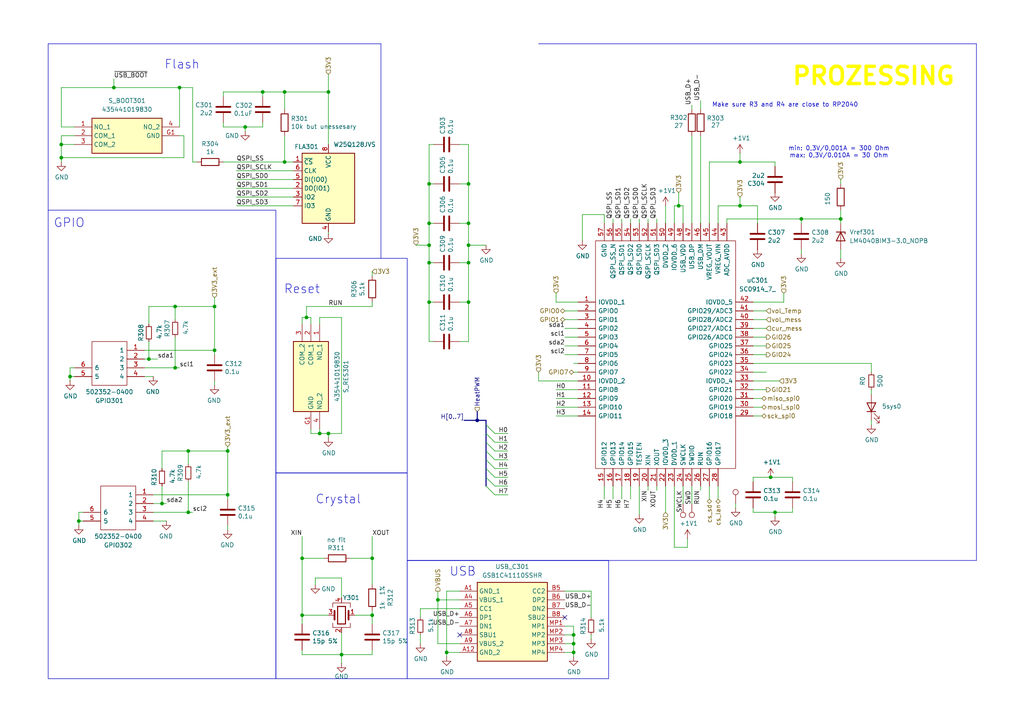
<source format=kicad_sch>
(kicad_sch (version 20231120) (generator "eeschema") (generator_version "8.0")
  (paper "A4")
  (junction (at 43.18 104.14))
  (junction (at 223.52 138.43))
  (junction (at 71.12 36.83))
  (junction (at 243.84 63.5))
  (junction (at 135.89 76.2))
  (junction (at 66.04 130.81))
  (junction (at 214.63 46.99))
  (junction (at 95.25 125.73))
  (junction (at 135.89 64.77))
  (junction (at 124.46 53.34))
  (junction (at 127 173.99))
  (junction (at 17.78 45.72))
  (junction (at 88.9 92.075))
  (junction (at 87.63 178.435))
  (junction (at 129.54 189.23))
  (junction (at 46.99 146.05))
  (junction (at 76.2 26.67))
  (junction (at 62.23 101.6))
  (junction (at 107.95 178.435))
  (junction (at 54.61 130.81))
  (junction (at 224.79 148.59))
  (junction (at 52.07 25.4))
  (junction (at 82.55 26.67))
  (junction (at 50.8 106.68))
  (junction (at 124.46 87.63))
  (junction (at 82.55 46.99))
  (junction (at 50.8 88.9))
  (junction (at 124.46 76.2))
  (junction (at 135.89 87.63))
  (junction (at 33.02 25.4))
  (junction (at 124.46 64.77))
  (junction (at 138.43 121.92))
  (junction (at 232.41 63.5))
  (junction (at 99.06 189.865))
  (junction (at 135.89 71.12))
  (junction (at 92.71 125.73))
  (junction (at 196.85 59.69))
  (junction (at 95.25 26.67))
  (junction (at 22.86 151.13))
  (junction (at 214.63 59.69))
  (junction (at 124.46 71.12))
  (junction (at 87.63 161.925))
  (junction (at 54.61 148.59))
  (junction (at 17.78 41.91))
  (junction (at 107.95 161.925))
  (junction (at 66.04 143.51))
  (junction (at 166.37 189.23))
  (junction (at 20.32 109.22))
  (junction (at 166.37 186.69))
  (junction (at 62.23 88.9))
  (junction (at 166.37 184.15))
  (junction (at 135.89 53.34))
  (no_connect (at 133.35 184.15))
  (no_connect (at 163.83 179.07))
  (bus_entry (at 143.51 133.35) (size -2.54 -2.54))
  (bus_entry (at 143.51 140.97) (size -2.54 -2.54))
  (bus_entry (at 143.51 130.81) (size -2.54 -2.54))
  (bus_entry (at 143.51 128.27) (size -2.54 -2.54))
  (bus_entry (at 143.51 135.89) (size -2.54 -2.54))
  (bus_entry (at 143.51 143.51) (size -2.54 -2.54))
  (bus_entry (at 140.97 123.19) (size 2.54 2.54))
  (bus_entry (at 143.51 138.43) (size -2.54 -2.54))
  (wire (pts (xy 147.32 130.81) (xy 143.51 130.81)))
  (wire (pts (xy 166.37 107.95) (xy 167.64 107.95)))
  (wire (pts (xy 163.83 189.23) (xy 166.37 189.23)))
  (wire (pts (xy 121.92 186.69) (xy 121.92 184.15)))
  (wire (pts (xy 210.82 63.5) (xy 210.82 64.77)))
  (wire (pts (xy 92.71 125.73) (xy 92.71 124.46)))
  (wire (pts (xy 180.34 144.78) (xy 180.34 140.97)))
  (wire (pts (xy 88.9 88.9) (xy 107.95 88.9)))
  (polyline (pts (xy 110.49 12.7) (xy 110.49 74.93)))
  (wire (pts (xy 54.61 130.81) (xy 54.61 134.62)))
  (wire (pts (xy 133.35 189.23) (xy 129.54 189.23)))
  (wire (pts (xy 166.37 186.69) (xy 166.37 184.15)))
  (wire (pts (xy 87.63 178.435) (xy 87.63 180.975)))
  (wire (pts (xy 168.91 62.23) (xy 168.91 69.85)))
  (wire (pts (xy 190.5 63.5) (xy 190.5 64.77)))
  (wire (pts (xy 208.28 140.97) (xy 208.28 144.78)))
  (wire (pts (xy 46.99 140.97) (xy 46.99 146.05)))
  (wire (pts (xy 232.41 63.5) (xy 243.84 63.5)))
  (wire (pts (xy 167.64 120.65) (xy 161.29 120.65)))
  (wire (pts (xy 129.54 190.5) (xy 129.54 189.23)))
  (wire (pts (xy 205.74 46.99) (xy 205.74 64.77)))
  (wire (pts (xy 185.42 63.5) (xy 185.42 64.77)))
  (wire (pts (xy 218.44 138.43) (xy 223.52 138.43)))
  (wire (pts (xy 163.83 97.79) (xy 167.64 97.79)))
  (wire (pts (xy 203.2 142.24) (xy 203.2 140.97)))
  (wire (pts (xy 195.58 140.97) (xy 195.58 158.75)))
  (wire (pts (xy 219.71 59.69) (xy 219.71 64.77)))
  (wire (pts (xy 82.55 46.99) (xy 85.09 46.99)))
  (wire (pts (xy 125.73 99.06) (xy 124.46 99.06)))
  (wire (pts (xy 99.06 167.64) (xy 91.44 167.64)))
  (wire (pts (xy 166.37 189.23) (xy 166.37 186.69)))
  (wire (pts (xy 87.63 92.075) (xy 88.9 92.075)))
  (bus (pts (xy 140.97 121.92) (xy 138.43 121.92)))
  (wire (pts (xy 124.46 71.12) (xy 124.46 76.2)))
  (wire (pts (xy 193.04 59.69) (xy 193.04 64.77)))
  (wire (pts (xy 208.28 59.69) (xy 214.63 59.69)))
  (wire (pts (xy 87.63 189.865) (xy 99.06 189.865)))
  (wire (pts (xy 88.9 92.075) (xy 88.9 88.9)))
  (wire (pts (xy 99.06 92.075) (xy 99.06 125.73)))
  (wire (pts (xy 163.83 184.15) (xy 166.37 184.15)))
  (wire (pts (xy 62.23 88.9) (xy 62.23 101.6)))
  (wire (pts (xy 21.59 36.83) (xy 17.78 36.83)))
  (wire (pts (xy 252.73 105.41) (xy 252.73 107.95)))
  (wire (pts (xy 64.77 36.83) (xy 64.77 35.56)))
  (wire (pts (xy 218.44 113.03) (xy 222.25 113.03)))
  (wire (pts (xy 232.41 72.39) (xy 232.41 73.66)))
  (wire (pts (xy 99.06 189.865) (xy 107.95 189.865)))
  (wire (pts (xy 232.41 63.5) (xy 232.41 64.77)))
  (wire (pts (xy 22.86 148.59) (xy 22.86 151.13)))
  (wire (pts (xy 252.73 123.19) (xy 252.73 121.92)))
  (wire (pts (xy 87.63 161.925) (xy 87.63 178.435)))
  (wire (pts (xy 41.91 106.68) (xy 50.8 106.68)))
  (wire (pts (xy 156.21 110.49) (xy 167.64 110.49)))
  (wire (pts (xy 17.78 25.4) (xy 33.02 25.4)))
  (wire (pts (xy 76.2 27.94) (xy 76.2 26.67)))
  (wire (pts (xy 218.44 105.41) (xy 252.73 105.41)))
  (wire (pts (xy 17.78 39.37) (xy 17.78 41.91)))
  (wire (pts (xy 107.95 189.865) (xy 107.95 188.595)))
  (wire (pts (xy 95.25 26.67) (xy 95.25 41.91)))
  (wire (pts (xy 222.25 100.33) (xy 218.44 100.33)))
  (wire (pts (xy 133.35 53.34) (xy 135.89 53.34)))
  (wire (pts (xy 214.63 57.15) (xy 214.63 59.69)))
  (wire (pts (xy 133.35 41.91) (xy 135.89 41.91)))
  (wire (pts (xy 62.23 86.36) (xy 62.23 88.9)))
  (wire (pts (xy 129.54 171.45) (xy 133.35 171.45)))
  (wire (pts (xy 161.29 87.63) (xy 167.64 87.63)))
  (bus (pts (xy 140.97 133.35) (xy 140.97 135.89)))
  (wire (pts (xy 135.89 64.77) (xy 135.89 53.34)))
  (wire (pts (xy 88.9 92.075) (xy 90.17 92.075)))
  (wire (pts (xy 107.95 178.435) (xy 107.95 180.975)))
  (wire (pts (xy 62.23 101.6) (xy 62.23 102.87)))
  (wire (pts (xy 147.32 138.43) (xy 143.51 138.43)))
  (wire (pts (xy 43.18 88.9) (xy 43.18 93.98)))
  (wire (pts (xy 46.99 130.81) (xy 54.61 130.81)))
  (wire (pts (xy 135.89 71.12) (xy 140.97 71.12)))
  (wire (pts (xy 167.64 115.57) (xy 161.29 115.57)))
  (wire (pts (xy 229.87 139.7) (xy 229.87 138.43)))
  (wire (pts (xy 62.23 88.9) (xy 50.8 88.9)))
  (wire (pts (xy 135.89 71.12) (xy 135.89 64.77)))
  (wire (pts (xy 99.06 125.73) (xy 95.25 125.73)))
  (polyline (pts (xy 156.21 12.7) (xy 283.21 12.7)))
  (wire (pts (xy 177.8 144.78) (xy 177.8 140.97)))
  (wire (pts (xy 135.89 71.12) (xy 135.89 76.2)))
  (bus (pts (xy 134.62 121.92) (xy 138.43 121.92)))
  (bus (pts (xy 140.97 121.92) (xy 140.97 123.19)))
  (wire (pts (xy 127 173.99) (xy 133.35 173.99)))
  (wire (pts (xy 214.63 46.99) (xy 224.79 46.99)))
  (wire (pts (xy 163.83 102.87) (xy 167.64 102.87)))
  (wire (pts (xy 218.44 115.57) (xy 220.98 115.57)))
  (wire (pts (xy 224.79 148.59) (xy 229.87 148.59)))
  (wire (pts (xy 166.37 190.5) (xy 166.37 189.23)))
  (wire (pts (xy 147.32 140.97) (xy 143.51 140.97)))
  (wire (pts (xy 185.42 149.225) (xy 185.42 140.97)))
  (wire (pts (xy 163.83 100.33) (xy 167.64 100.33)))
  (bus (pts (xy 140.97 135.89) (xy 140.97 138.43)))
  (bus (pts (xy 140.97 133.35) (xy 140.97 130.81)))
  (wire (pts (xy 177.8 63.5) (xy 177.8 64.77)))
  (wire (pts (xy 92.71 125.73) (xy 90.17 125.73)))
  (wire (pts (xy 22.86 152.4) (xy 22.86 151.13)))
  (wire (pts (xy 33.02 22.86) (xy 33.02 25.4)))
  (wire (pts (xy 22.86 151.13) (xy 24.13 151.13)))
  (wire (pts (xy 85.09 59.69) (xy 68.58 59.69)))
  (wire (pts (xy 124.46 64.77) (xy 124.46 71.12)))
  (wire (pts (xy 107.95 169.545) (xy 107.95 161.925)))
  (wire (pts (xy 82.55 26.67) (xy 95.25 26.67)))
  (wire (pts (xy 44.45 146.05) (xy 46.99 146.05)))
  (wire (pts (xy 133.35 99.06) (xy 135.89 99.06)))
  (wire (pts (xy 222.25 102.87) (xy 218.44 102.87)))
  (wire (pts (xy 156.21 107.95) (xy 156.21 110.49)))
  (wire (pts (xy 218.44 118.11) (xy 220.98 118.11)))
  (wire (pts (xy 127 171.45) (xy 127 173.99)))
  (wire (pts (xy 20.32 106.68) (xy 21.59 106.68)))
  (wire (pts (xy 166.37 105.41) (xy 167.64 105.41)))
  (wire (pts (xy 224.79 46.99) (xy 224.79 48.26)))
  (wire (pts (xy 200.66 30.48) (xy 200.66 31.75)))
  (wire (pts (xy 44.45 151.13) (xy 48.26 151.13)))
  (bus (pts (xy 140.97 123.19) (xy 140.97 125.73)))
  (wire (pts (xy 125.73 87.63) (xy 124.46 87.63)))
  (wire (pts (xy 43.18 104.14) (xy 45.72 104.14)))
  (wire (pts (xy 55.88 46.99) (xy 57.15 46.99)))
  (wire (pts (xy 95.25 125.73) (xy 92.71 125.73)))
  (wire (pts (xy 147.32 143.51) (xy 143.51 143.51)))
  (wire (pts (xy 85.09 52.07) (xy 68.58 52.07)))
  (wire (pts (xy 99.06 192.405) (xy 99.06 189.865)))
  (wire (pts (xy 87.63 92.075) (xy 87.63 93.98)))
  (wire (pts (xy 124.46 53.34) (xy 124.46 41.91)))
  (wire (pts (xy 182.88 144.78) (xy 182.88 140.97)))
  (wire (pts (xy 175.26 144.78) (xy 175.26 140.97)))
  (wire (pts (xy 135.89 76.2) (xy 135.89 87.63)))
  (wire (pts (xy 43.18 99.06) (xy 43.18 104.14)))
  (wire (pts (xy 227.33 87.63) (xy 218.44 87.63)))
  (wire (pts (xy 92.71 92.075) (xy 99.06 92.075)))
  (wire (pts (xy 166.37 181.61) (xy 163.83 181.61)))
  (wire (pts (xy 17.78 39.37) (xy 21.59 39.37)))
  (wire (pts (xy 53.34 45.72) (xy 17.78 45.72)))
  (wire (pts (xy 243.84 72.39) (xy 243.84 74.93)))
  (wire (pts (xy 22.86 148.59) (xy 24.13 148.59)))
  (bus (pts (xy 138.43 121.92) (xy 138.43 119.38)))
  (wire (pts (xy 44.45 143.51) (xy 66.04 143.51)))
  (wire (pts (xy 87.63 155.575) (xy 87.63 161.925)))
  (wire (pts (xy 133.35 64.77) (xy 135.89 64.77)))
  (wire (pts (xy 102.87 178.435) (xy 107.95 178.435)))
  (wire (pts (xy 127 186.69) (xy 133.35 186.69)))
  (wire (pts (xy 187.96 140.97) (xy 187.96 142.24)))
  (wire (pts (xy 182.88 63.5) (xy 182.88 64.77)))
  (wire (pts (xy 54.61 139.7) (xy 54.61 148.59)))
  (wire (pts (xy 82.55 31.75) (xy 82.55 26.67)))
  (wire (pts (xy 229.87 148.59) (xy 229.87 147.32)))
  (polyline (pts (xy 283.21 12.7) (xy 283.21 162.56)))
  (wire (pts (xy 210.82 63.5) (xy 232.41 63.5)))
  (wire (pts (xy 66.04 143.51) (xy 66.04 144.78)))
  (wire (pts (xy 166.37 184.15) (xy 166.37 181.61)))
  (wire (pts (xy 135.89 53.34) (xy 135.89 41.91)))
  (wire (pts (xy 87.63 189.865) (xy 87.63 188.595)))
  (wire (pts (xy 43.18 88.9) (xy 50.8 88.9)))
  (wire (pts (xy 214.63 59.69) (xy 219.71 59.69)))
  (wire (pts (xy 195.58 59.69) (xy 196.85 59.69)))
  (wire (pts (xy 76.2 36.83) (xy 76.2 35.56)))
  (wire (pts (xy 33.02 25.4) (xy 52.07 25.4)))
  (wire (pts (xy 20.32 106.68) (xy 20.32 109.22)))
  (wire (pts (xy 125.73 53.34) (xy 124.46 53.34)))
  (wire (pts (xy 107.95 80.01) (xy 107.95 78.74)))
  (wire (pts (xy 167.64 118.11) (xy 161.29 118.11)))
  (wire (pts (xy 50.8 97.79) (xy 50.8 106.68)))
  (polyline (pts (xy 13.97 12.7) (xy 110.49 12.7)))
  (wire (pts (xy 196.85 55.88) (xy 196.85 59.69)))
  (wire (pts (xy 71.12 36.83) (xy 76.2 36.83)))
  (wire (pts (xy 195.58 158.75) (xy 199.39 158.75)))
  (wire (pts (xy 92.71 93.98) (xy 92.71 92.075)))
  (wire (pts (xy 171.45 171.45) (xy 171.45 179.07)))
  (wire (pts (xy 200.66 140.97) (xy 200.66 146.05)))
  (polyline (pts (xy 13.97 60.96) (xy 13.97 12.7)))
  (wire (pts (xy 222.25 97.79) (xy 218.44 97.79)))
  (wire (pts (xy 41.91 109.22) (xy 44.45 109.22)))
  (wire (pts (xy 163.83 186.69) (xy 166.37 186.69)))
  (wire (pts (xy 64.77 46.99) (xy 82.55 46.99)))
  (wire (pts (xy 147.32 128.27) (xy 143.51 128.27)))
  (wire (pts (xy 168.91 62.23) (xy 175.26 62.23)))
  (wire (pts (xy 64.77 26.67) (xy 64.77 27.94)))
  (wire (pts (xy 95.25 67.945) (xy 95.25 67.31)))
  (wire (pts (xy 147.32 135.89) (xy 143.51 135.89)))
  (wire (pts (xy 243.84 63.5) (xy 243.84 64.77)))
  (wire (pts (xy 125.73 64.77) (xy 124.46 64.77)))
  (wire (pts (xy 223.52 138.43) (xy 229.87 138.43)))
  (wire (pts (xy 107.95 88.9) (xy 107.95 87.63)))
  (wire (pts (xy 208.28 59.69) (xy 208.28 64.77)))
  (wire (pts (xy 17.78 41.91) (xy 17.78 45.72)))
  (wire (pts (xy 163.83 171.45) (xy 171.45 171.45)))
  (wire (pts (xy 195.58 59.69) (xy 195.58 64.77)))
  (wire (pts (xy 66.04 153.67) (xy 66.04 152.4)))
  (wire (pts (xy 76.2 26.67) (xy 64.77 26.67)))
  (wire (pts (xy 90.17 93.98) (xy 90.17 92.075)))
  (wire (pts (xy 133.35 76.2) (xy 135.89 76.2)))
  (wire (pts (xy 203.2 64.77) (xy 203.2 39.37)))
  (wire (pts (xy 66.04 130.81) (xy 66.04 129.54)))
  (wire (pts (xy 41.91 104.14) (xy 43.18 104.14)))
  (wire (pts (xy 218.44 107.95) (xy 222.25 107.95)))
  (wire (pts (xy 161.29 85.09) (xy 161.29 87.63)))
  (wire (pts (xy 227.33 85.09) (xy 227.33 87.63)))
  (wire (pts (xy 125.73 41.91) (xy 124.46 41.91)))
  (wire (pts (xy 124.46 64.77) (xy 124.46 53.34)))
  (wire (pts (xy 129.54 189.23) (xy 129.54 171.45)))
  (wire (pts (xy 55.88 25.4) (xy 52.07 25.4)))
  (wire (pts (xy 125.73 76.2) (xy 124.46 76.2)))
  (wire (pts (xy 252.73 113.03) (xy 252.73 114.3)))
  (wire (pts (xy 71.12 36.83) (xy 71.12 38.1)))
  (wire (pts (xy 17.78 36.83) (xy 17.78 25.4)))
  (wire (pts (xy 95.25 127) (xy 95.25 125.73)))
  (wire (pts (xy 20.32 110.49) (xy 20.32 109.22)))
  (wire (pts (xy 107.95 155.575) (xy 107.95 161.925)))
  (wire (pts (xy 46.99 146.05) (xy 48.26 146.05)))
  (wire (pts (xy 213.36 146.05) (xy 213.36 147.32)))
  (wire (pts (xy 218.44 148.59) (xy 224.79 148.59)))
  (bus (pts (xy 140.97 128.27) (xy 140.97 130.81)))
  (wire (pts (xy 54.61 148.59) (xy 55.88 148.59)))
  (wire (pts (xy 214.63 46.99) (xy 214.63 44.45)))
  (wire (pts (xy 46.99 130.81) (xy 46.99 135.89)))
  (wire (pts (xy 218.44 110.49) (xy 226.06 110.49)))
  (wire (pts (xy 64.77 36.83) (xy 71.12 36.83)))
  (wire (pts (xy 187.96 63.5) (xy 187.96 64.77)))
  (wire (pts (xy 218.44 147.32) (xy 218.44 148.59)))
  (wire (pts (xy 62.23 111.76) (xy 62.23 110.49)))
  (wire (pts (xy 107.95 178.435) (xy 107.95 177.165)))
  (bus (pts (xy 140.97 138.43) (xy 140.97 140.97)))
  (wire (pts (xy 163.83 90.17) (xy 167.64 90.17)))
  (wire (pts (xy 53.34 39.37) (xy 53.34 45.72)))
  (wire (pts (xy 44.45 148.59) (xy 54.61 148.59)))
  (wire (pts (xy 85.09 54.61) (xy 68.58 54.61)))
  (wire (pts (xy 199.39 156.21) (xy 199.39 158.75)))
  (wire (pts (xy 147.32 133.35) (xy 143.51 133.35)))
  (wire (pts (xy 135.89 87.63) (xy 135.89 99.06)))
  (wire (pts (xy 107.95 161.925) (xy 101.6 161.925)))
  (wire (pts (xy 198.12 140.97) (xy 198.12 146.05)))
  (wire (pts (xy 93.98 161.925) (xy 87.63 161.925)))
  (wire (pts (xy 55.88 25.4) (xy 55.88 46.99)))
  (wire (pts (xy 99.06 189.865) (xy 99.06 183.515)))
  (wire (pts (xy 85.09 57.15) (xy 68.58 57.15)))
  (wire (pts (xy 171.45 184.15) (xy 171.45 185.42)))
  (wire (pts (xy 90.17 125.73) (xy 90.17 124.46)))
  (wire (pts (xy 133.35 87.63) (xy 135.89 87.63)))
  (wire (pts (xy 50.8 88.9) (xy 50.8 92.71)))
  (wire (pts (xy 222.25 90.17) (xy 218.44 90.17)))
  (wire (pts (xy 222.25 92.71) (xy 218.44 92.71)))
  (wire (pts (xy 76.2 26.67) (xy 82.55 26.67)))
  (wire (pts (xy 193.04 140.97) (xy 193.04 148.59)))
  (wire (pts (xy 143.51 125.73) (xy 147.32 125.73)))
  (wire (pts (xy 95.25 21.59) (xy 95.25 26.67)))
  (wire (pts (xy 91.44 167.64) (xy 91.44 169.545)))
  (wire (pts (xy 222.25 95.25) (xy 218.44 95.25)))
  (wire (pts (xy 167.64 113.03) (xy 161.29 113.03)))
  (wire (pts (xy 120.65 71.12) (xy 124.46 71.12)))
  (wire (pts (xy 99.06 173.355) (xy 99.06 167.64)))
  (wire (pts (xy 190.5 142.24) (xy 190.5 140.97)))
  (wire (pts (xy 198.12 59.69) (xy 198.12 64.77)))
  (wire (pts (xy 54.61 130.81) (xy 66.04 130.81)))
  (wire (pts (xy 218.44 139.7) (xy 218.44 138.43)))
  (wire (pts (xy 243.84 52.07) (xy 243.84 53.34)))
  (wire (pts (xy 203.2 29.21) (xy 203.2 31.75)))
  (wire (pts (xy 17.78 41.91) (xy 21.59 41.91)))
  (wire (pts (xy 163.83 92.71) (xy 167.64 92.71)))
  (wire (pts (xy 121.92 176.53) (xy 121.92 179.07)))
  (wire (pts (xy 243.84 60.96) (xy 243.84 63.5)))
  (wire (pts (xy 127 173.99) (xy 127 186.69)))
  (wire (pts (xy 20.32 109.22) (xy 21.59 109.22)))
  (wire (pts (xy 224.79 148.59) (xy 224.79 149.86)))
  (wire (pts (xy 180.34 63.5) (xy 180.34 64.77)))
  (wire (pts (xy 163.83 95.25) (xy 167.64 95.25)))
  (wire (pts (xy 124.46 87.63) (xy 124.46 76.2)))
  (wire (pts (xy 200.66 64.77) (xy 200.66 39.37)))
  (wire (pts (xy 196.85 59.69) (xy 198.12 59.69)))
  (wire (pts (xy 17.78 46.99) (xy 17.78 45.72)))
  (wire (pts (xy 68.58 49.53) (xy 85.09 49.53)))
  (wire (pts (xy 124.46 99.06) (xy 124.46 87.63)))
  (wire (pts (xy 175.26 62.23) (xy 175.26 64.77)))
  (wire (pts (xy 50.8 106.68) (xy 52.07 106.68)))
  (wire (pts (xy 205.74 46.99) (xy 214.63 46.99)))
  (polyline (pts (xy 118.11 162.56) (xy 283.21 162.56)))
  (wire (pts (xy 41.91 101.6) (xy 62.23 101.6)))
  (wire (pts (xy 218.44 120.65) (xy 220.98 120.65)))
  (wire (pts (xy 82.55 39.37) (xy 82.55 46.99)))
  (wire (pts (xy 205.74 140.97) (xy 205.74 144.78)))
  (wire (pts (xy 53.34 39.37) (xy 52.07 39.37)))
  (wire (pts (xy 52.07 25.4) (xy 52.07 36.83)))
  (bus (pts (xy 140.97 125.73) (xy 140.97 128.27)))
  (wire (pts (xy 87.63 178.435) (xy 95.25 178.435)))
  (wire (pts (xy 66.04 130.81) (xy 66.04 143.51)))
  (wire (pts (xy 121.92 176.53) (xy 133.35 176.53)))
  (rectangle (start 80.01 74.93) (end 118.11 137.16))
  (rectangle (start 80.01 137.16) (end 118.11 196.85))
  (rectangle (start 13.97 60.96) (end 80.01 196.85))
  (rectangle (start 118.11 162.56) (end 176.53 196.85))
  (text "Reset" (at 82.296 85.471 0) (effects (font (size 2.54 2.54)) (justify left bottom)))
  (text "min: 0,3V/0,001A = 300 Ohm\nmax: 0,3V/0.010A = 30 Ohm" (at 243.332 44.196 0) (effects (font (size 1.27 1.27))))
  (text "Crystal" (at 91.44 146.431 0) (effects (font (size 2.54 2.54)) (justify left bottom)))
  (text "Flash" (at 47.625 20.32 0) (effects (font (size 2.54 2.54)) (justify left bottom)))
  (text "USB" (at 130.302 167.386 0) (effects (font (size 2.54 2.54)) (justify left bottom)))
  (text "Make sure R3 and R4 are close to RP2040" (at 248.92 31.242 0) (effects (font (size 1.27 1.27)) (justify right bottom)))
  (text "PROZESSING" (at 229.362 25.146 0) (effects (font (size 5 5) (thickness 1) (bold yes)) (justify left bottom)))
  (text "GPIO" (at 15.494 66.294 0) (effects (font (size 2.54 2.54)) (justify left bottom)))
  (label "QSPI_SS" (at 177.8 63.5 90))
  (label "USB_D+" (at 133.35 179.07 180))
  (label "QSPI_SD3" (at 68.58 59.69 0))
  (label "H4" (at 175.26 144.78 270))
  (label "XOUT" (at 190.5 142.24 270))
  (label "QSPI_SS" (at 68.58 46.99 0))
  (label "QSPI_SD0" (at 68.58 52.07 0))
  (label "QSPI_SCLK" (at 187.96 63.5 90))
  (label "QSPI_SCLK" (at 68.58 49.53 0))
  (label "SWD" (at 200.66 142.24 270))
  (label "H6" (at 147.32 140.97 180))
  (label "H5" (at 177.8 144.78 270))
  (label "RUN" (at 203.2 142.24 270))
  (label "scl1" (at 163.83 97.79 180))
  (label "H1" (at 147.32 128.27 180))
  (label "XIN" (at 87.63 155.575 180))
  (label "sda1" (at 163.83 95.25 180))
  (label "H4" (at 147.32 135.89 180))
  (label "QSPI_SD0" (at 185.42 63.5 90))
  (label "sda1" (at 45.72 104.14 0))
  (label "scl1" (at 52.07 106.68 0))
  (label "XOUT" (at 107.95 155.575 0))
  (label "USB_D-" (at 203.2 29.21 90))
  (label "H2" (at 161.29 118.11 0))
  (label "H[0..7]" (at 134.62 121.92 180))
  (label "SWCLK" (at 198.12 142.24 270))
  (label "~{USB_BOOT}" (at 33.02 22.86 0))
  (label "H0" (at 161.29 113.03 0))
  (label "H2" (at 147.32 130.81 180))
  (label "scl2" (at 163.83 102.87 180))
  (label "H7" (at 182.88 144.78 270))
  (label "H7" (at 147.32 143.51 180))
  (label "QSPI_SD1" (at 180.34 63.5 90))
  (label "H5" (at 147.32 138.43 180))
  (label "XIN" (at 187.96 142.24 270))
  (label "H0" (at 147.32 125.73 180))
  (label "scl2" (at 55.88 148.59 0))
  (label "USB_D+" (at 163.83 173.99 0))
  (label "QSPI_SD2" (at 182.88 63.5 90))
  (label "USB_D+" (at 200.66 30.48 90))
  (label "USB_D-" (at 163.83 176.53 0))
  (label "QSPI_SD3" (at 190.5 63.5 90))
  (label "RUN" (at 95.25 88.9 0))
  (label "H6" (at 180.34 144.78 270))
  (label "H3" (at 161.29 120.65 0))
  (label "sda2" (at 48.26 146.05 0))
  (label "USB_D-" (at 133.35 181.61 180))
  (label "H3" (at 147.32 133.35 180))
  (label "H1" (at 161.29 115.57 0))
  (label "QSPI_SD1" (at 68.58 54.61 0))
  (label "sda2" (at 163.83 100.33 180))
  (label "QSPI_SD2" (at 68.58 57.15 0))
  (hierarchical_label "cs_sd" (shape bidirectional) (at 205.74 144.78 270))
  (hierarchical_label "cs_lan" (shape bidirectional) (at 208.28 144.78 270))
  (hierarchical_label "sck_spi0" (shape bidirectional) (at 220.98 120.65 0))
  (hierarchical_label "GIO24" (shape output) (at 222.25 102.87 0))
  (hierarchical_label "cur_mess" (shape input) (at 222.25 95.25 0))
  (hierarchical_label "3V3" (shape input) (at 95.25 21.59 90))
  (hierarchical_label "miso_spi0" (shape bidirectional) (at 220.98 115.57 0))
  (hierarchical_label "3V3_ext" (shape input) (at 66.04 129.54 90))
  (hierarchical_label "3V3" (shape input) (at 226.06 110.49 0))
  (hierarchical_label "3V3" (shape input) (at 161.29 85.09 90))
  (hierarchical_label "3V3" (shape input) (at 227.33 85.09 90))
  (hierarchical_label "GPIO0" (shape bidirectional) (at 163.83 90.17 180))
  (hierarchical_label "VBUS" (shape output) (at 127 171.45 90))
  (hierarchical_label "3V3" (shape input) (at 214.63 57.15 90))
  (hierarchical_label "3V3" (shape input) (at 243.84 52.07 90))
  (hierarchical_label "3V3_ext" (shape input) (at 62.23 86.36 90))
  (hierarchical_label "vol_mess" (shape input) (at 222.25 92.71 0))
  (hierarchical_label "3V3" (shape input) (at 156.21 107.95 90))
  (hierarchical_label "GPIO1" (shape bidirectional) (at 163.83 92.71 180))
  (hierarchical_label "3V3" (shape input) (at 107.95 78.74 0))
  (hierarchical_label "mosi_spi0" (shape bidirectional) (at 220.98 118.11 0))
  (hierarchical_label "GIO26" (shape output) (at 222.25 97.79 0))
  (hierarchical_label "GIO21" (shape output) (at 222.25 113.03 0))
  (hierarchical_label "3V3" (shape input) (at 193.04 148.59 270))
  (hierarchical_label "3V3" (shape input) (at 120.65 71.12 90))
  (hierarchical_label "GIO25" (shape output) (at 222.25 100.33 0))
  (hierarchical_label "GPIO7" (shape bidirectional) (at 166.37 107.95 180))
  (hierarchical_label "vol_Temp" (shape input) (at 222.25 90.17 0))
  (hierarchical_label "3V3" (shape input) (at 196.85 55.88 90))
  (hierarchical_label "HeatPWM" (shape input) (at 138.43 119.38 90))
  (symbol (lib_id "SymbolsBalloonv4:GND") (at 66.04 153.67 0) (mirror y) (unit 1)
    (property "Reference" "#PWR0322" (effects (hide yes)))
    (property "Value" "GND" (at 65.913 158.0642 0))
    (property "Description" "Power symbol creates a global label with name \"GND\" , ground" (effects (hide yes)))
  )
  (symbol (lib_id "SymbolsBalloonv4:GND") (at 185.42 149.225 0) (unit 1)
    (property "Reference" "#PWR0319" (effects (hide yes)))
    (property "Value" "GND" (at 185.547 153.6192 0))
    (property "Description" "Power symbol creates a global label with name \"GND\" , ground" (effects (hide yes)))
  )
  (symbol (lib_id "SymbolsBalloonv4:C") (at 129.54 99.06 90) (unit 1)
    (property "Reference" "C311" (at 128.3716 96.139 0) (effects (justify left)))
    (property "Value" "0.1u" (at 130.683 96.139 0) (effects (justify left)))
    (property "Footprint" "Capacitor_SMD:C_0402_1005Metric_Pad0.74x0.62mm_HandSolder" (effects (hide yes)))
    (property "Description" "Unpolarized capacitor" (effects (hide yes)))
  )
  (symbol (lib_id "SymbolsBalloonv4:C") (at 229.87 143.51 0) (unit 1)
    (property "Reference" "C314" (at 232.791 142.3416 0) (effects (justify left)))
    (property "Value" "0.1u" (at 232.791 144.653 0) (effects (justify left)))
    (property "Footprint" "Capacitor_SMD:C_0402_1005Metric_Pad0.74x0.62mm_HandSolder" (effects (hide yes)))
    (property "Description" "Unpolarized capacitor" (effects (hide yes)))
  )
  (symbol (lib_id "SymbolsBalloonv4:R") (at 107.95 173.355 180) (unit 1)
    (property "Reference" "R312" (at 113.2078 173.355 90))
    (property "Value" "1k  1%" (at 110.8964 173.355 90))
    (property "Footprint" "Resistor_SMD:R_0603_1608Metric_Pad0.98x0.95mm_HandSolder" (effects (hide yes)))
    (property "Description" "Resistor" (effects (hide yes)))
  )
  (symbol (lib_id "SymbolsBalloonv4:R") (at 60.96 46.99 270) (unit 1)
    (property "Reference" "R304" (at 60.96 41.7322 90))
    (property "Value" "1k" (at 60.96 44.0436 90))
    (property "Footprint" "Resistor_SMD:R_0603_1608Metric_Pad0.98x0.95mm_HandSolder" (effects (hide yes)))
    (property "Description" "Resistor" (effects (hide yes)))
  )
  (symbol (lib_id "SymbolsBalloonv4:C") (at 129.54 76.2 90) (unit 1)
    (property "Reference" "C309" (at 128.3716 73.279 0) (effects (justify left)))
    (property "Value" "0.1u" (at 130.683 73.279 0) (effects (justify left)))
    (property "Footprint" "Capacitor_SMD:C_0402_1005Metric_Pad0.74x0.62mm_HandSolder" (effects (hide yes)))
    (property "Description" "Unpolarized capacitor" (effects (hide yes)))
  )
  (symbol (lib_id "SymbolsBalloonv4:C") (at 219.71 68.58 0) (unit 1)
    (property "Reference" "C307" (at 222.631 67.4116 0) (effects (justify left)))
    (property "Value" "2u2" (at 222.631 69.723 0) (effects (justify left)))
    (property "Footprint" "Capacitor_SMD:C_0805_2012Metric_Pad1.18x1.45mm_HandSolder" (effects (hide yes)))
    (property "Description" "Unpolarized capacitor" (effects (hide yes)))
  )
  (symbol (lib_id "SymbolsBalloonv4:C") (at 66.04 148.59 0) (unit 1)
    (property "Reference" "C315" (at 68.961 147.4216 0) (effects (justify left)))
    (property "Value" "0.1u" (at 68.961 149.733 0) (effects (justify left)))
    (property "Footprint" "Capacitor_SMD:C_0402_1005Metric_Pad0.74x0.62mm_HandSolder" (effects (hide yes)))
    (property "Description" "Unpolarized capacitor" (effects (hide yes)))
  )
  (symbol (lib_id "SymbolsBalloonv4:GND") (at 219.71 72.39 0) (unit 1)
    (property "Reference" "#PWR0309" (effects (hide yes)))
    (property "Value" "GND" (at 219.837 76.7842 0))
    (property "Description" "Power symbol creates a global label with name \"GND\" , ground" (effects (hide yes)))
  )
  (symbol (lib_id "SymbolsBalloonv4:GND") (at 213.36 147.32 0) (unit 1)
    (property "Reference" "#PWR0318" (effects (hide yes)))
    (property "Value" "GND" (at 213.487 151.7142 0))
    (property "Description" "Power symbol creates a global label with name \"GND\" , ground" (effects (hide yes)))
  )
  (symbol (lib_id "SymbolsBalloonv4:C") (at 64.77 31.75 180) (unit 1)
    (property "Reference" "C301" (at 61.722 30.4546 0) (effects (justify left)))
    (property "Value" "2u2" (at 61.722 32.766 0) (effects (justify left)))
    (property "Footprint" "Capacitor_SMD:C_0805_2012Metric_Pad1.18x1.45mm_HandSolder" (effects (hide yes)))
    (property "Description" "Unpolarized capacitor" (effects (hide yes)))
  )
  (symbol (lib_id "SymbolsBalloonv4:R_Small") (at 50.8 95.25 180) (unit 1)
    (property "Reference" "R307" (at 48.514 95.25 90))
    (property "Value" "4.7k" (at 53.848 94.996 90))
    (property "Footprint" "Resistor_SMD:R_0603_1608Metric_Pad0.98x0.95mm_HandSolder" (effects (hide yes)))
    (property "Description" "Resistor, small symbol" (effects (hide yes)))
  )
  (symbol (lib_id "SymbolsBalloonv4:C") (at 129.54 53.34 90) (unit 1)
    (property "Reference" "C305" (at 128.3716 50.419 0) (effects (justify left)))
    (property "Value" "0.1u" (at 130.683 50.419 0) (effects (justify left)))
    (property "Footprint" "Capacitor_SMD:C_0402_1005Metric_Pad0.74x0.62mm_HandSolder" (effects (hide yes)))
    (property "Description" "Unpolarized capacitor" (effects (hide yes)))
  )
  (symbol (lib_id "SymbolsBalloonv4:GND") (at 121.92 186.69 0) (unit 1)
    (property "Reference" "#PWR0326" (effects (hide yes)))
    (property "Value" "GND" (at 122.047 191.0842 0))
    (property "Description" "Power symbol creates a global label with name \"GND\" , ground" (effects (hide yes)))
  )
  (symbol (lib_id "SymbolsBalloonv4:R") (at 97.79 161.925 90) (unit 1)
    (property "Reference" "R311" (at 97.536 158.9024 90))
    (property "Value" "no fit" (at 97.536 156.591 90))
    (property "Footprint" "Resistor_SMD:R_0402_1005Metric_Pad0.72x0.64mm_HandSolder" (effects (hide yes)))
    (property "Description" "Resistor" (effects (hide yes)))
  )
  (symbol (lib_id "SymbolsBalloonv4:GND") (at 62.23 111.76 0) (mirror y) (unit 1)
    (property "Reference" "#PWR0314" (effects (hide yes)))
    (property "Value" "GND" (at 62.103 116.1542 0))
    (property "Description" "Power symbol creates a global label with name \"GND\" , ground" (effects (hide yes)))
  )
  (symbol (lib_id "SymbolsBalloonv4:C") (at 129.54 41.91 90) (unit 1)
    (property "Reference" "C303" (at 128.3716 38.989 0) (effects (justify left)))
    (property "Value" "0.1u" (at 130.683 38.989 0) (effects (justify left)))
    (property "Footprint" "Capacitor_SMD:C_0402_1005Metric_Pad0.74x0.62mm_HandSolder" (effects (hide yes)))
    (property "Description" "Unpolarized capacitor" (effects (hide yes)))
  )
  (symbol (lib_id "SymbolsBalloonv4:R_Small") (at 43.18 96.52 180) (unit 1)
    (property "Reference" "R308" (at 40.894 96.52 90))
    (property "Value" "4.7k" (at 46.228 96.266 90))
    (property "Footprint" "Resistor_SMD:R_0603_1608Metric_Pad0.98x0.95mm_HandSolder" (effects (hide yes)))
    (property "Description" "Resistor, small symbol" (effects (hide yes)))
  )
  (symbol (lib_id "SymbolsBalloonv4:GND") (at 243.84 74.93 0) (unit 1)
    (property "Reference" "#PWR0311" (effects (hide yes)))
    (property "Value" "GND" (at 243.967 79.3242 0))
    (property "Description" "Power symbol creates a global label with name \"GND\" , ground" (effects (hide yes)))
  )
  (symbol (lib_id "SymbolsBalloonv4:R") (at 82.55 35.56 0) (unit 1)
    (property "Reference" "R301" (at 84.328 34.3916 0) (effects (justify left)))
    (property "Value" "10k but unessesary" (at 84.328 36.703 0) (effects (justify left)))
    (property "Footprint" "Resistor_SMD:R_0603_1608Metric_Pad0.98x0.95mm_HandSolder" (effects (hide yes)))
    (property "Description" "Resistor" (effects (hide yes)))
  )
  (symbol (lib_id "SymbolsBalloonv4:R_Small") (at 252.73 110.49 180) (unit 1)
    (property "Reference" "R0" (at 250.19 110.49 90))
    (property "Value" "500" (at 255.27 110.49 90))
    (property "Footprint" "Resistor_SMD:R_0603_1608Metric_Pad0.98x0.95mm_HandSolder" (effects (hide yes)))
    (property "Description" "Resistor, small symbol" (effects (hide yes)))
  )
  (symbol (lib_id "SymbolsBalloonv4:GSB1C41110SSHR") (at 133.35 171.45 0) (unit 1)
    (property "Reference" "USB_C301" (at 148.59 164.338 0))
    (property "Value" "GSB1C41110SSHR" (at 148.59 166.878 0))
    (property "Footprint" "SamacSys_Parts:GSB1C41110SSHR" (effects (hide yes)))
    (property "Datasheet" "https://cdn.amphenol-cs.com/media/wysiwyg/files/drawing/gsb1c41x10sshr-ax1.pdf" (effects (hide yes)))
    (property "Description" "USB2.0, Type C, Top mount, Center Height 1.63mm, Single Row Surface Mount" (effects (hide yes)))
    (property "Height" "3.41" (effects (hide yes)))
    (property "Manufacturer_Name" "Amphenol Communications Solutions" (effects (hide yes)))
    (property "Manufacturer_Part_Number" "GSB1C41110SSHR" (effects (hide yes)))
  )
  (symbol (lib_id "SymbolsBalloonv4:C") (at 224.79 52.07 180) (unit 1)
    (property "Reference" "C304" (at 221.869 53.2384 0) (effects (justify left)))
    (property "Value" "2u2" (at 221.869 50.927 0) (effects (justify left)))
    (property "Footprint" "Capacitor_SMD:C_0805_2012Metric_Pad1.18x1.45mm_HandSolder" (effects (hide yes)))
    (property "Description" "Unpolarized capacitor" (effects (hide yes)))
  )
  (symbol (lib_id "SymbolsBalloonv4:C") (at 218.44 143.51 0) (unit 1)
    (property "Reference" "C313" (at 221.361 142.3416 0) (effects (justify left)))
    (property "Value" "0.1u" (at 221.361 144.653 0) (effects (justify left)))
    (property "Footprint" "Capacitor_SMD:C_0402_1005Metric_Pad0.74x0.62mm_HandSolder" (effects (hide yes)))
    (property "Description" "Unpolarized capacitor" (effects (hide yes)))
  )
  (symbol (lib_id "SymbolsBalloonv4:C") (at 232.41 68.58 0) (unit 1)
    (property "Reference" "C308" (at 235.331 67.4116 0) (effects (justify left)))
    (property "Value" "2u2" (at 235.331 69.723 0) (effects (justify left)))
    (property "Footprint" "Capacitor_SMD:C_0805_2012Metric_Pad1.18x1.45mm_HandSolder" (effects (hide yes)))
    (property "Description" "Unpolarized capacitor" (effects (hide yes)))
  )
  (symbol (lib_id "SymbolsBalloonv4:GND") (at 140.97 71.12 0) (unit 1)
    (property "Reference" "#PWR0308" (effects (hide yes)))
    (property "Value" "GND" (at 141.097 75.5142 0))
    (property "Description" "Power symbol creates a global label with name \"GND\" , ground" (effects (hide yes)))
  )
  (symbol (lib_id "SymbolsBalloonv4:GND") (at 20.32 110.49 0) (unit 1)
    (property "Reference" "#PWR0312" (effects (hide yes)))
    (property "Value" "GND" (at 20.447 114.8842 0))
    (property "Description" "Power symbol creates a global label with name \"GND\" , ground" (effects (hide yes)))
  )
  (symbol (lib_id "SymbolsBalloonv4:GND") (at 129.54 190.5 0) (unit 1)
    (property "Reference" "#PWR0327" (effects (hide yes)))
    (property "Value" "GND" (at 129.667 194.8942 0))
    (property "Description" "Power symbol creates a global label with name \"GND\" , ground" (effects (hide yes)))
  )
  (symbol (lib_id "SymbolsBalloonv4:GND") (at 232.41 73.66 0) (unit 1)
    (property "Reference" "#PWR0310" (effects (hide yes)))
    (property "Value" "GND" (at 232.537 78.0542 0))
    (property "Description" "Power symbol creates a global label with name \"GND\" , ground" (effects (hide yes)))
  )
  (symbol (lib_id "SymbolsBalloonv4:502352-0400") (at 21.59 109.22 0) (mirror x) (unit 1)
    (property "Reference" "GPIO301" (at 31.75 116.205 0))
    (property "Value" "502352-0400" (at 31.75 113.665 0))
    (property "Footprint" "SamacSys_Parts:5023520400" (effects (hide yes)))
    (property "Datasheet" "https://www.molex.com/webdocs/datasheets/pdf/en-us/5023520400_PCB_HEADERS.pdf" (effects (hide yes)))
    (property "Description" "Molex DURACLIK 502352, 2mm Pitch, 4 Way, 1 Row, Right Angle PCB Header, Surface Mount" (effects (hide yes)))
    (property "Height" "6" (effects (hide yes)))
    (property "Mouser Part Number" "538-502352-0400" (effects (hide yes)))
    (property "Mouser Price/Stock" "https://www.mouser.co.uk/ProductDetail/Molex/502352-0400?qs=trbuaetfxXR36zZJ3J6CsQ%3D%3D" (effects (hide yes)))
    (property "Manufacturer_Name" "Molex" (effects (hide yes)))
    (property "Manufacturer_Part_Number" "502352-0400" (effects (hide yes)))
  )
  (symbol (lib_id "SymbolsBalloonv4:C") (at 87.63 184.785 0) (unit 1)
    (property "Reference" "C316" (at 90.551 183.6166 0) (effects (justify left)))
    (property "Value" "15p 5%" (at 90.551 185.928 0) (effects (justify left)))
    (property "Footprint" "Capacitor_SMD:C_0402_1005Metric_Pad0.74x0.62mm_HandSolder" (effects (hide yes)))
    (property "Description" "Unpolarized capacitor" (effects (hide yes)))
  )
  (symbol (lib_id "SymbolsBalloonv4:GND") (at 224.79 55.88 0) (unit 1)
    (property "Reference" "#PWR0304" (effects (hide yes)))
    (property "Value" "GND" (at 224.917 60.2742 0))
    (property "Description" "Power symbol creates a global label with name \"GND\" , ground" (effects (hide yes)))
  )
  (symbol (lib_id "SymbolsBalloonv4:GND") (at 44.45 109.22 0) (mirror y) (unit 1)
    (property "Reference" "#PWR0313" (effects (hide yes)))
    (property "Value" "GND" (at 44.323 113.6142 0))
    (property "Description" "Power symbol creates a global label with name \"GND\" , ground" (effects (hide yes)))
  )
  (symbol (lib_id "SymbolsBalloonv4:GND") (at 95.25 67.945 0) (unit 1)
    (property "Reference" "#PWR0306" (effects (hide yes)))
    (property "Value" "GND" (at 91.44 69.215 0))
    (property "Description" "Power symbol creates a global label with name \"GND\" , ground" (effects (hide yes)))
  )
  (symbol (lib_id "SymbolsBalloonv4:R") (at 200.66 35.56 0) (unit 1)
    (property "Reference" "R302" (at 196.85 34.1122 0))
    (property "Value" "27" (at 196.85 36.4236 0))
    (property "Footprint" "Resistor_SMD:R_0603_1608Metric_Pad0.98x0.95mm_HandSolder" (effects (hide yes)))
    (property "Description" "Resistor" (effects (hide yes)))
  )
  (symbol (lib_id "SymbolsBalloonv4:GND") (at 22.86 152.4 0) (unit 1)
    (property "Reference" "#PWR0317" (effects (hide yes)))
    (property "Value" "GND" (at 22.987 156.7942 0))
    (property "Description" "Power symbol creates a global label with name \"GND\" , ground" (effects (hide yes)))
  )
  (symbol (lib_id "SymbolsBalloonv4:LED") (at 252.73 118.11 90) (unit 1)
    (property "Reference" "5sys0" (at 255.778 117.856 90) (effects (justify right)))
    (property "Value" "APTD2012LCGCK" (effects (hide yes)))
    (property "Footprint" "SamacSys_Parts:LEDC2012X120N" (effects (hide yes)))
    (property "Description" "Light emitting diode" (effects (hide yes)))
    (property "Height" "1.2" (effects (hide yes)))
    (property "Mouser Part Number" "604-APTD2012LCGCK" (effects (hide yes)))
    (property "Mouser Price/Stock" "https://www.mouser.co.uk/ProductDetail/Kingbright/APTD2012LCGCK?qs=AQlKX63v8RvNHN%2F9EGvNTg%3D%3D" (effects (hide yes)))
    (property "Manufacturer_Name" "Kingbright" (effects (hide yes)))
    (property "Manufacturer_Part_Number" "APTD2012LCGCK" (effects (hide yes)))
  )
  (symbol (lib_id "SymbolsBalloonv4:435441019830") (at 92.71 93.98 270) (unit 1)
    (property "Reference" "S_RES301" (at 100.33 109.22 0))
    (property "Value" "435441019830" (at 97.79 109.22 0))
    (property "Footprint" "435441019830" (effects (hide yes)))
    (property "Datasheet" "https://www.we-online.com/catalog/datasheet/435441019830.pdf" (effects (hide yes)))
    (property "Description" "Tactile Switches WS-TASV Tact Switch Washable 4.1x2.8x1.9 mm SMT" (effects (hide yes)))
    (property "Height" "1.9" (effects (hide yes)))
    (property "Mouser Part Number" "710-435441019830" (effects (hide yes)))
    (property "Mouser Price/Stock" "https://www.mouser.co.uk/ProductDetail/Wurth-Elektronik/435441019830?qs=ufv2HEpFn%252BQgnhl%2FsZ0Vfw%3D%3D" (effects (hide yes)))
    (property "Manufacturer_Name" "Wurth Elektronik" (effects (hide yes)))
    (property "Manufacturer_Part_Number" "435441019830" (effects (hide yes)))
  )
  (symbol (lib_id "SymbolsBalloonv4:GND") (at 171.45 185.42 0) (unit 1)
    (property "Reference" "#PWR0325" (effects (hide yes)))
    (property "Value" "GND" (at 171.577 189.8142 0))
    (property "Description" "Power symbol creates a global label with name \"GND\" , ground" (effects (hide yes)))
  )
  (symbol (lib_id "SymbolsBalloonv4:R") (at 107.95 83.82 0) (unit 1)
    (property "Reference" "R306" (at 102.6922 83.82 90))
    (property "Value" "5.1k" (at 105.0036 83.82 90))
    (property "Footprint" "Resistor_SMD:R_0603_1608Metric_Pad0.98x0.95mm_HandSolder" (effects (hide yes)))
    (property "Description" "Resistor" (effects (hide yes)))
  )
  (symbol (lib_id "SymbolsBalloonv4:C") (at 76.2 31.75 0) (mirror y) (unit 1)
    (property "Reference" "C302" (at 73.279 30.5816 0) (effects (justify left)))
    (property "Value" "0.1uF" (at 73.279 32.893 0) (effects (justify left)))
    (property "Footprint" "Capacitor_SMD:C_0402_1005Metric_Pad0.74x0.62mm_HandSolder" (effects (hide yes)))
    (property "Description" "Unpolarized capacitor" (effects (hide yes)))
  )
  (symbol (lib_id "SymbolsBalloonv4:C") (at 62.23 106.68 0) (unit 1)
    (property "Reference" "C312" (at 65.151 105.5116 0) (effects (justify left)))
    (property "Value" "0.1u" (at 65.151 107.823 0) (effects (justify left)))
    (property "Footprint" "Capacitor_SMD:C_0402_1005Metric_Pad0.74x0.62mm_HandSolder" (effects (hide yes)))
    (property "Description" "Unpolarized capacitor" (effects (hide yes)))
  )
  (symbol (lib_id "SymbolsBalloonv4:GND") (at 95.25 127 0) (unit 1)
    (property "Reference" "#PWR0315" (effects (hide yes)))
    (property "Value" "GND" (at 95.377 131.3942 0))
    (property "Description" "Power symbol creates a global label with name \"GND\" , ground" (effects (hide yes)))
  )
  (symbol (lib_id "SymbolsBalloonv4:D_Zener") (at 243.84 68.58 270) (unit 1)
    (property "Reference" "Vref301" (at 246.38 67.3099 90) (effects (justify left)))
    (property "Value" "LM4040BIM3-3.0_NOPB" (at 246.38 69.8499 90) (effects (justify left)))
    (property "Footprint" "SamacSys_Parts:SOT95P237X112-3N" (effects (hide yes)))
    (property "Description" "Zener diode" (effects (hide yes)))
    (property "Height" "1.12" (effects (hide yes)))
    (property "Mouser Part Number" "926-LM4040BIM330NOPB" (effects (hide yes)))
    (property "Mouser Price/Stock" "https://www.mouser.co.uk/ProductDetail/Texas-Instruments/LM4040BIM3-3.0-NOPB?qs=QbsRYf82W3FThDimo07Imw%3D%3D" (effects (hide yes)))
    (property "Manufacturer_Name" "Texas Instruments" (effects (hide yes)))
    (property "Manufacturer_Part_Number" "LM4040BIM3-3.0/NOPB" (effects (hide yes)))
  )
  (symbol (lib_id "SymbolsBalloonv4:R") (at 203.2 35.56 0) (unit 1)
    (property "Reference" "R303" (at 207.518 34.29 0))
    (property "Value" "27" (at 207.518 36.322 0))
    (property "Footprint" "Resistor_SMD:R_0603_1608Metric_Pad0.98x0.95mm_HandSolder" (effects (hide yes)))
    (property "Description" "Resistor" (effects (hide yes)))
  )
  (symbol (lib_id "SymbolsBalloonv4:C") (at 129.54 87.63 90) (unit 1)
    (property "Reference" "C310" (at 128.3716 84.709 0) (effects (justify left)))
    (property "Value" "0.1u" (at 130.683 84.709 0) (effects (justify left)))
    (property "Footprint" "Capacitor_SMD:C_0402_1005Metric_Pad0.74x0.62mm_HandSolder" (effects (hide yes)))
    (property "Description" "Unpolarized capacitor" (effects (hide yes)))
  )
  (symbol (lib_id "SymbolsBalloonv4:GND") (at 99.06 192.405 0) (unit 1)
    (property "Reference" "#PWR0329" (effects (hide yes)))
    (property "Value" "GND" (at 99.06 196.215 0))
    (property "Description" "Power symbol creates a global label with name \"GND\" , ground" (effects (hide yes)))
  )
  (symbol (lib_id "SymbolsBalloonv4:GND") (at 71.12 38.1 0) (mirror y) (unit 1)
    (property "Reference" "#PWR0301" (effects (hide yes)))
    (property "Value" "GND" (at 67.31 39.37 0))
    (property "Description" "Power symbol creates a global label with name \"GND\" , ground" (effects (hide yes)))
  )
  (symbol (lib_id "SymbolsBalloonv4:TestPoint") (at 200.66 146.05 180) (unit 1) (in_bom no)
    (property "Reference" "TP302" (effects (hide yes)))
    (property "Value" "TestPoint" (effects (hide yes)))
    (property "Footprint" "TestPoint:TestPoint_Pad_D1.0mm" (effects (hide yes)))
    (property "Description" "test point" (effects (hide yes)))
  )
  (symbol (lib_id "SymbolsBalloonv4:SC0914_7_") (at 167.64 87.63 0) (unit 1)
    (property "Reference" "uC301" (at 219.71 81.3114 0))
    (property "Value" "SC0914_7_" (at 219.71 83.8514 0))
    (property "Footprint" "QFN40P700X700X90-57N-D" (effects (hide yes)))
    (property "Description" "Microcontrollers connect the world of software to the world of hardware. They allow developers to write software which interacts with the physical world in the same deterministic, cycle-accurate manner as digital logic. They occupy the bottom left corner of the price/performance space, outselling their more powerful brethren by a factor of ten to one. They are the workhorses that power the digital transformation of our world." (effects (hide yes)))
    (property "Height" "0.9" (effects (hide yes)))
    (property "Mouser Part Number" "358-SC09147" (effects (hide yes)))
    (property "Mouser Price/Stock" "https://www.mouser.co.uk/ProductDetail/Raspberry-Pi/SC09147?qs=T%252BzbugeAwjhSpdbCB4ve%252Bg%3D%3D" (effects (hide yes)))
    (property "Manufacturer_Name" "RASPBERRY-PI" (effects (hide yes)))
    (property "Manufacturer_Part_Number" "SC0914(7)" (effects (hide yes)))
  )
  (symbol (lib_id "SymbolsBalloonv4:R_Small") (at 171.45 181.61 180) (unit 1)
    (property "Reference" "R314" (at 169.164 181.61 90))
    (property "Value" "5.1k" (at 174.498 181.356 90))
    (property "Footprint" "Resistor_SMD:R_0603_1608Metric_Pad0.98x0.95mm_HandSolder" (effects (hide yes)))
    (property "Description" "Resistor, small symbol" (effects (hide yes)))
  )
  (symbol (lib_id "SymbolsBalloonv4:C") (at 129.54 64.77 90) (unit 1)
    (property "Reference" "C306" (at 128.3716 61.849 0) (effects (justify left)))
    (property "Value" "0.1u" (at 130.683 61.849 0) (effects (justify left)))
    (property "Footprint" "Capacitor_SMD:C_0402_1005Metric_Pad0.74x0.62mm_HandSolder" (effects (hide yes)))
    (property "Description" "Unpolarized capacitor" (effects (hide yes)))
  )
  (symbol (lib_id "SymbolsBalloonv4:R_Small") (at 54.61 137.16 180) (unit 1)
    (property "Reference" "R309" (at 52.324 137.16 90))
    (property "Value" "4.7k" (at 57.658 136.906 90))
    (property "Footprint" "Resistor_SMD:R_0603_1608Metric_Pad0.98x0.95mm_HandSolder" (effects (hide yes)))
    (property "Description" "Resistor, small symbol" (effects (hide yes)))
  )
  (symbol (lib_id "SymbolsBalloonv4:GND") (at 17.78 46.99 0) (unit 1)
    (property "Reference" "#PWR0303" (effects (hide yes)))
    (property "Value" "GND" (at 17.907 51.3842 0))
    (property "Description" "Power symbol creates a global label with name \"GND\" , ground" (effects (hide yes)))
  )
  (symbol (lib_id "SymbolsBalloonv4:TestPoint") (at 198.12 146.05 180) (unit 1) (in_bom no)
    (property "Reference" "TP301" (effects (hide yes)))
    (property "Value" "TestPoint" (effects (hide yes)))
    (property "Footprint" "TestPoint:TestPoint_Pad_D1.0mm" (effects (hide yes)))
    (property "Description" "test point" (effects (hide yes)))
  )
  (symbol (lib_id "SymbolsBalloonv4:Crystal_GND24") (at 99.06 178.435 180) (unit 1)
    (property "Reference" "Y301" (at 101.854 173.355 0))
    (property "Value" "ABM8G-12.000MHZ-4Y-T3" (effects (hide yes)))
    (property "Footprint" "SamacSys_Parts:ABM8G" (effects (hide yes)))
    (property "Description" "Four pin crystal, GND on pins 2 and 4" (effects (hide yes)))
    (property "Height" "1" (effects (hide yes)))
    (property "Mouser Part Number" "815-ABM8G-12-4YT3" (effects (hide yes)))
    (property "Mouser Price/Stock" "https://www.mouser.co.uk/ProductDetail/ABRACON/ABM8G-12.000MHZ-4Y-T3?qs=hxOQwdLlgepjgH1DpgEPEA%3D%3D" (effects (hide yes)))
    (property "Manufacturer_Name" "ABRACON" (effects (hide yes)))
    (property "Manufacturer_Part_Number" "ABM8G-12.000MHZ-4Y-T3" (effects (hide yes)))
  )
  (symbol (lib_id "SymbolsBalloonv4:+1V1") (at 223.52 138.43 0) (unit 1)
    (property "Reference" "#PWR0316" (effects (hide yes)))
    (property "Value" "+1V1" (at 223.901 134.0358 0))
    (property "Description" "Power symbol creates a global label with name \"+1V1\"" (effects (hide yes)))
  )
  (symbol (lib_id "SymbolsBalloonv4:+1V1") (at 193.04 59.69 0) (unit 1)
    (property "Reference" "#PWR0305" (effects (hide yes)))
    (property "Value" "+1V1" (at 193.421 55.2958 0))
    (property "Description" "Power symbol creates a global label with name \"+1V1\"" (effects (hide yes)))
  )
  (symbol (lib_id "SymbolsBalloonv4:+1V1") (at 199.39 156.21 0) (unit 1)
    (property "Reference" "#PWR0323" (effects (hide yes)))
    (property "Value" "+1V1" (at 199.771 151.8158 0))
    (property "Description" "Power symbol creates a global label with name \"+1V1\"" (effects (hide yes)))
  )
  (symbol (lib_id "SymbolsBalloonv4:W25Q128JVS") (at 95.25 54.61 0) (unit 1)
    (property "Reference" "FLA301" (at 88.9 42.545 0))
    (property "Value" "W25Q128JVS" (at 102.87 41.91 0))
    (property "Footprint" "SamacSys_Parts:SOIC127P790X216-8N" (effects (hide yes)))
    (property "Datasheet" "http://www.winbond.com/resource-files/w25q128jv_dtr%20revc%2003272018%20plus.pdf" (effects (hide yes)))
    (property "Description" "128Mb Serial Flash Memory, Standard/Dual/Quad SPI, SOIC-8" (effects (hide yes)))
  )
  (symbol (lib_id "SymbolsBalloonv4:502352-0400") (at 24.13 151.13 0) (mirror x) (unit 1)
    (property "Reference" "GPIO302" (at 34.29 158.115 0))
    (property "Value" "502352-0400" (at 34.29 155.575 0))
    (property "Footprint" "SamacSys_Parts:5023520400" (effects (hide yes)))
    (property "Datasheet" "https://www.molex.com/webdocs/datasheets/pdf/en-us/5023520400_PCB_HEADERS.pdf" (effects (hide yes)))
    (property "Description" "Molex DURACLIK 502352, 2mm Pitch, 4 Way, 1 Row, Right Angle PCB Header, Surface Mount" (effects (hide yes)))
    (property "Height" "6" (effects (hide yes)))
    (property "Mouser Part Number" "538-502352-0400" (effects (hide yes)))
    (property "Mouser Price/Stock" "https://www.mouser.co.uk/ProductDetail/Molex/502352-0400?qs=trbuaetfxXR36zZJ3J6CsQ%3D%3D" (effects (hide yes)))
    (property "Manufacturer_Name" "Molex" (effects (hide yes)))
    (property "Manufacturer_Part_Number" "502352-0400" (effects (hide yes)))
  )
  (symbol (lib_id "SymbolsBalloonv4:TestPoint") (at 213.36 146.05 0) (unit 1) (in_bom no)
    (property "Reference" "TP303" (effects (hide yes)))
    (property "Value" "TestPoint" (effects (hide yes)))
    (property "Footprint" "TestPoint:TestPoint_Pad_D1.0mm" (effects (hide yes)))
    (property "Description" "test point" (effects (hide yes)))
  )
  (symbol (lib_id "SymbolsBalloonv4:R_Small") (at 121.92 181.61 180) (unit 1)
    (property "Reference" "R313" (at 119.634 181.61 90))
    (property "Value" "5.1k" (at 124.968 181.356 90))
    (property "Footprint" "Resistor_SMD:R_0603_1608Metric_Pad0.98x0.95mm_HandSolder" (effects (hide yes)))
    (property "Description" "Resistor, small symbol" (effects (hide yes)))
  )
  (symbol (lib_id "SymbolsBalloonv4:+1V1") (at 214.63 44.45 0) (unit 1)
    (property "Reference" "#PWR0302" (effects (hide yes)))
    (property "Value" "+1V1" (at 215.011 40.0558 0))
    (property "Description" "Power symbol creates a global label with name \"+1V1\"" (effects (hide yes)))
  )
  (symbol (lib_id "SymbolsBalloonv4:GND") (at 224.79 149.86 0) (unit 1)
    (property "Reference" "#PWR0320" (effects (hide yes)))
    (property "Value" "GND" (at 224.917 154.2542 0))
    (property "Description" "Power symbol creates a global label with name \"GND\" , ground" (effects (hide yes)))
  )
  (symbol (lib_id "SymbolsBalloonv4:GND") (at 91.44 169.545 0) (unit 1)
    (property "Reference" "#PWR0324" (effects (hide yes)))
    (property "Value" "GND" (at 95.25 170.815 0))
    (property "Description" "Power symbol creates a global label with name \"GND\" , ground" (effects (hide yes)))
  )
  (symbol (lib_id "SymbolsBalloonv4:GND") (at 168.91 69.85 0) (unit 1)
    (property "Reference" "#PWR0307" (effects (hide yes)))
    (property "Value" "GND" (at 169.037 74.2442 0))
    (property "Description" "Power symbol creates a global label with name \"GND\" , ground" (effects (hide yes)))
  )
  (symbol (lib_id "SymbolsBalloonv4:R") (at 243.84 57.15 0) (unit 1)
    (property "Reference" "R305" (effects (hide yes)))
    (property "Value" "150" (at 240.03 57.658 90))
    (property "Footprint" "Resistor_SMD:R_0603_1608Metric_Pad0.98x0.95mm_HandSolder" (effects (hide yes)))
    (property "Description" "Resistor" (effects (hide yes)))
  )
  (symbol (lib_id "SymbolsBalloonv4:GND") (at 166.37 190.5 0) (unit 1)
    (property "Reference" "#PWR0328" (effects (hide yes)))
    (property "Value" "GND" (at 166.497 194.8942 0))
    (property "Description" "Power symbol creates a global label with name \"GND\" , ground" (effects (hide yes)))
  )
  (symbol (lib_id "SymbolsBalloonv4:435441019830") (at 21.59 36.83 0) (unit 1)
    (property "Reference" "S_BOOT301" (at 36.83 29.21 0))
    (property "Value" "435441019830" (at 36.83 31.75 0))
    (property "Footprint" "435441019830" (effects (hide yes)))
    (property "Datasheet" "https://www.we-online.com/catalog/datasheet/435441019830.pdf" (effects (hide yes)))
    (property "Description" "Tactile Switches WS-TASV Tact Switch Washable 4.1x2.8x1.9 mm SMT" (effects (hide yes)))
    (property "Height" "1.9" (effects (hide yes)))
    (property "Mouser Part Number" "710-435441019830" (effects (hide yes)))
    (property "Mouser Price/Stock" "https://www.mouser.co.uk/ProductDetail/Wurth-Elektronik/435441019830?qs=ufv2HEpFn%252BQgnhl%2FsZ0Vfw%3D%3D" (effects (hide yes)))
    (property "Manufacturer_Name" "Wurth Elektronik" (effects (hide yes)))
    (property "Manufacturer_Part_Number" "435441019830" (effects (hide yes)))
  )
  (symbol (lib_id "SymbolsBalloonv4:GND") (at 252.73 123.19 0) (unit 1)
    (property "Reference" "#PWR00" (effects (hide yes)))
    (property "Value" "GND" (at 252.857 127.5842 0))
    (property "Description" "Power symbol creates a global label with name \"GND\" , ground" (effects (hide yes)))
  )
  (symbol (lib_id "SymbolsBalloonv4:R_Small") (at 46.99 138.43 180) (unit 1)
    (property "Reference" "R310" (at 44.704 138.43 90))
    (property "Value" "4.7k" (at 50.038 138.176 90))
    (property "Footprint" "Resistor_SMD:R_0603_1608Metric_Pad0.98x0.95mm_HandSolder" (effects (hide yes)))
    (property "Description" "Resistor, small symbol" (effects (hide yes)))
  )
  (symbol (lib_id "SymbolsBalloonv4:GND") (at 48.26 151.13 0) (mirror y) (unit 1)
    (property "Reference" "#PWR0321" (effects (hide yes)))
    (property "Value" "GND" (at 48.133 155.5242 0))
    (property "Description" "Power symbol creates a global label with name \"GND\" , ground" (effects (hide yes)))
  )
  (symbol (lib_id "SymbolsBalloonv4:C") (at 107.95 184.785 0) (unit 1)
    (property "Reference" "C317" (at 110.871 183.6166 0) (effects (justify left)))
    (property "Value" "15p 5%" (at 110.871 185.928 0) (effects (justify left)))
    (property "Footprint" "Capacitor_SMD:C_0402_1005Metric_Pad0.74x0.62mm_HandSolder" (effects (hide yes)))
    (property "Description" "Unpolarized capacitor" (effects (hide yes)))
  )
)
</source>
